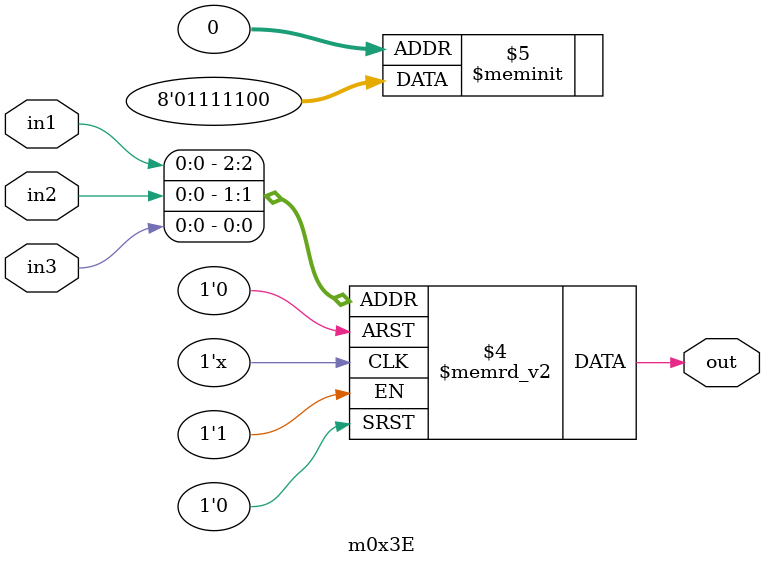
<source format=v>
module m0x3E(output out, input in1, in2, in3);

   always @(in1, in2, in3)
     begin
        case({in1, in2, in3})
          3'b000: {out} = 1'b0;
          3'b001: {out} = 1'b0;
          3'b010: {out} = 1'b1;
          3'b011: {out} = 1'b1;
          3'b100: {out} = 1'b1;
          3'b101: {out} = 1'b1;
          3'b110: {out} = 1'b1;
          3'b111: {out} = 1'b0;
        endcase // case ({in1, in2, in3})
     end // always @ (in1, in2, in3)

endmodule // m0x3E
</source>
